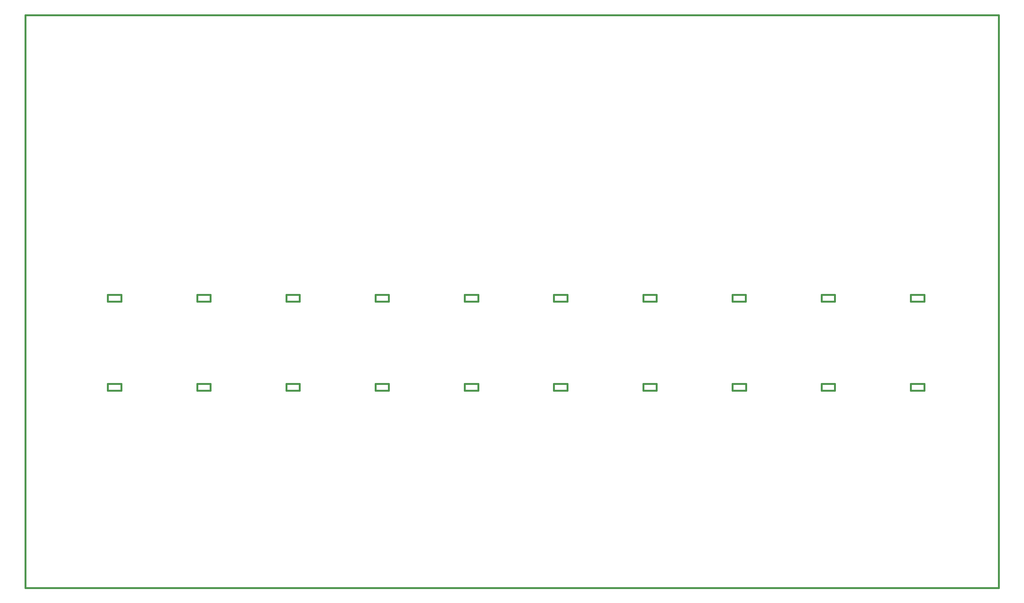
<source format=gko>
%FSLAX33Y33*%
%MOMM*%
%ADD10C,0.381*%
D10*
%LNpath-145*%
G01*
X0Y0D02*
X218200Y0D01*
X218200Y128500*
X0Y128500*
X0Y0*
X98500Y44250D02*
X101500Y44250D01*
X101500Y45750*
X98500Y45750*
X98500Y44250*
X58499Y44250D02*
X61499Y44250D01*
X61499Y45750*
X58499Y45750*
X58499Y44250*
X178500Y44250D02*
X181500Y44250D01*
X181500Y45750*
X178500Y45750*
X178500Y44250*
X198500Y44250D02*
X201500Y44250D01*
X201500Y45750*
X198500Y45750*
X198500Y44250*
X138500Y64250D02*
X141500Y64250D01*
X141500Y65750*
X138500Y65750*
X138500Y64250*
X38500Y44250D02*
X41500Y44250D01*
X41500Y45750*
X38500Y45750*
X38500Y44250*
X138500Y44250D02*
X141500Y44250D01*
X141500Y45750*
X138500Y45750*
X138500Y44250*
X118499Y64250D02*
X121499Y64250D01*
X121499Y65750*
X118499Y65750*
X118499Y64250*
X158500Y64250D02*
X161500Y64250D01*
X161500Y65750*
X158500Y65750*
X158500Y64250*
X198500Y64250D02*
X201500Y64250D01*
X201500Y65750*
X198500Y65750*
X198500Y64250*
X78500Y44250D02*
X81500Y44250D01*
X81500Y45750*
X78500Y45750*
X78500Y44250*
X38500Y64250D02*
X41500Y64250D01*
X41500Y65750*
X38500Y65750*
X38500Y64250*
X98500Y64250D02*
X101500Y64250D01*
X101500Y65750*
X98500Y65750*
X98500Y64250*
X58499Y64250D02*
X61499Y64250D01*
X61499Y65750*
X58499Y65750*
X58499Y64250*
X118499Y44250D02*
X121499Y44250D01*
X121499Y45750*
X118499Y45750*
X118499Y44250*
X158549Y44250D02*
X161549Y44250D01*
X161549Y45750*
X158549Y45750*
X158549Y44250*
X18500Y44250D02*
X21500Y44250D01*
X21500Y45750*
X18500Y45750*
X18500Y44250*
X18500Y64250D02*
X21500Y64250D01*
X21500Y65750*
X18500Y65750*
X18500Y64250*
X78500Y64250D02*
X81500Y64250D01*
X81500Y65750*
X78500Y65750*
X78500Y64250*
X178500Y64250D02*
X181500Y64250D01*
X181500Y65750*
X178500Y65750*
X178500Y64250*
%LNmechanical details_traces*%
M02*
</source>
